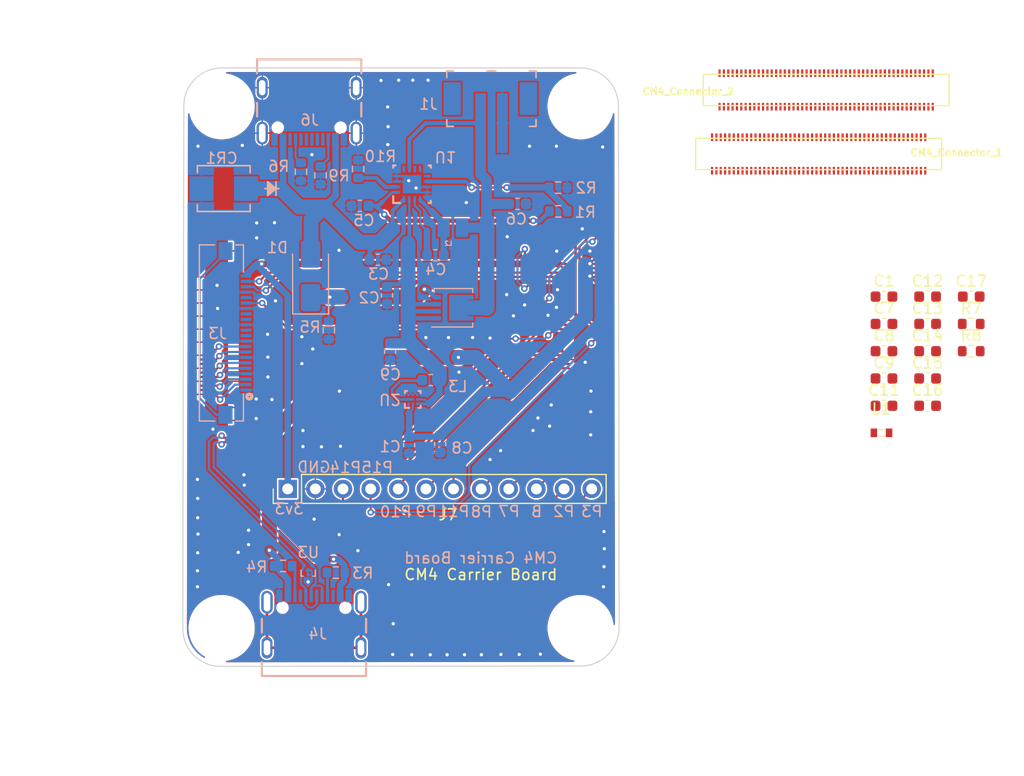
<source format=kicad_pcb>
(kicad_pcb (version 20221018) (generator pcbnew)
  (title_block (title "Raspberry Pi Compute Module 4 Carrier board") (date "2023-07-04") (rev "v01") (comment 2 "creativecommons.org/licenses/by/4.0/") (comment 3 "License: CC BY 4.0") (comment 4 "Author: Iiro Karppanen"))
  (layers (0 "F.Cu" signal) (31 "B.Cu" signal) (34 "B.Paste" user) (35 "F.Paste" user) (36 "B.SilkS" user "B.Silkscreen") (37 "F.SilkS" user "F.Silkscreen") (38 "B.Mask" user) (39 "F.Mask" user) (44 "Edge.Cuts" user))
  (net 0 "")
  (net 1 "+5V")
  (net 2 "GND")
  (net 3 "/CM4 GPIO and power pins/PMID")
  (net 4 "Net-(U1-BTST)")
  (net 5 "Net-(U1-SW)")
  (net 6 "/CM4 GPIO and power pins/REGN")
  (net 7 "Net-(D1-K)")
  (net 8 "unconnected-(J3-SHIELD-PadSH1)")
  (net 9 "/CM4 Camera pins/CAM0_D0_N")
  (net 10 "/CM4 Camera pins/CAM0_D0_P")
  (net 11 "/CM4 Camera pins/CAM0_D1_N")
  (net 12 "/CM4 Camera pins/CAM0_D1_P")
  (net 13 "/CM4 Camera pins/CAM0_C_N")
  (net 14 "/CM4 Camera pins/CAM0_C_P")
  (net 19 "CAM_GPIO")
  (net 21 "SCL0")
  (net 22 "SDA0")
  (net 23 "Net-(J4-SHELL_GND-PadS1)")
  (net 24 "/CM4 Camera pins/USB2_N")
  (net 25 "/CM4 Camera pins/USB2_P")
  (net 27 "Net-(J4-CC2)")
  (net 28 "Net-(J4-CC1)")
  (net 34 "Net-(J6-CC2)")
  (net 36 "Net-(J6-CC1)")
  (net 38 "+3.3V")
  (net 39 "/CM4 GPIO and power pins/GPIO14")
  (net 40 "/CM4 GPIO and power pins/GPIO15")
  (net 41 "/CM4 GPIO and power pins/GPIO10")
  (net 42 "/CM4 GPIO and power pins/GPIO9")
  (net 43 "/CM4 GPIO and power pins/GPIO11")
  (net 44 "/CM4 GPIO and power pins/GPIO8")
  (net 45 "/CM4 GPIO and power pins/GPIO7")
  (net 46 "/CM4 GPIO and power pins/nRPIBOOT")
  (net 47 "/CM4 GPIO and power pins/GPIO2")
  (net 48 "/CM4 GPIO and power pins/GPIO3")
  (net 49 "Net-(U1-ICHG_EN)")
  (net 54 "Net-(L3-Pad1)")
  (net 55 "Net-(U1-TS)")
  (net 56 "/CM4 GPIO and power pins/VBUS")
  (net 57 "Net-(U1-BAT)")
  (net 58 "Net-(U4-EN)")
  (net 59 "Net-(U4-OC)")
  (net 60 "Net-(U4-SW2)")
  (net 61 "Net-(U4-BST2)")
  (net 62 "Net-(U4-SW1)")
  (net 63 "Net-(U4-BST1)")
  (net 64 "Net-(U4-VCC)")
  (footprint "Capacitor_SMD:C_0603_1608Metric" (layer "F.Cu") (at 194.895 107.04)
    (fp_text reference "C15")
    (fp_text value "100nF")
  )
  (footprint "Resistor_SMD:R_0603_1608Metric" (layer "F.Cu") (at 198.905 104.53)
    (fp_text reference "R8")
    (fp_text value "21.5k")
  )
  (footprint "Capacitor_SMD:C_0603_1608Metric" (layer "F.Cu") (at 198.905 99.51)
    (fp_text reference "C17")
    (fp_text value "1uF")
  )
  (footprint "Capacitor_SMD:C_0603_1608Metric" (layer "F.Cu") (at 190.885 107.04)
    (fp_text reference "C9")
    (fp_text value "100uF")
  )
  (footprint "Capacitor_SMD:C_0603_1608Metric" (layer "F.Cu") (at 190.885 104.53)
    (fp_text reference "C8")
    (fp_text value "10uF")
  )
  (footprint "Capacitor_SMD:C_0603_1608Metric" (layer "F.Cu") (at 194.895 104.53)
    (fp_text reference "C14")
    (fp_text value "22nF")
  )
  (footprint "Connector_PinHeader_2.54mm:PinHeader_1x12_P2.54mm_Vertical" (layer "F.Cu") (at 136.075 117.2 90)
    (fp_text reference "J7")
    (fp_text value "Conn_01x12_Pin")
  )
  (footprint "digikey-footprints:0603" (layer "F.Cu") (at 190.655 112.04)
    (fp_text reference "L1")
    (fp_text value "4.7uH")
  )
  (footprint "Capacitor_SMD:C_0603_1608Metric" (layer "F.Cu") (at 190.885 99.51)
    (fp_text reference "C1")
    (fp_text value "0.1uF")
  )
  (footprint "Capacitor_SMD:C_0603_1608Metric" (layer "F.Cu") (at 190.885 109.55)
    (fp_text reference "C11")
    (fp_text value "0.1uF")
  )
  (footprint "DF40C-100DS-0.4V_51_:HRS_DF40C-100DS-0.4V(51)" (layer "F.Cu") (at 185.57 80.5)
    (fp_text reference "CM4_Connector_2")
    (fp_text value "ComputeModule4-CM4")
  )
  (footprint "Resistor_SMD:R_0603_1608Metric" (layer "F.Cu") (at 198.905 102.02)
    (fp_text reference "R7")
    (fp_text value "499kΩ")
  )
  (footprint "Capacitor_SMD:C_0603_1608Metric" (layer "F.Cu") (at 194.895 102.02)
    (fp_text reference "C13")
    (fp_text value "22nF")
  )
  (footprint "Capacitor_SMD:C_0603_1608Metric" (layer "F.Cu") (at 190.885 102.02)
    (fp_text reference "C7")
    (fp_text value "10uF")
  )
  (footprint "DF40C-100DS-0.4V_51_:HRS_DF40C-100DS-0.4V(51)" (layer "F.Cu") (at 184.88 86.39 180)
    (fp_text reference "CM4_Connector_1")
    (fp_text value "~")
  )
  (footprint "Capacitor_SMD:C_0603_1608Metric" (layer "F.Cu") (at 194.895 99.51)
    (fp_text reference "C12")
    (fp_text value "22uF")
  )
  (footprint "Capacitor_SMD:C_0603_1608Metric" (layer "F.Cu") (at 194.895 109.55)
    (fp_text reference "C16")
    (fp_text value "100nF")
  )
  (footprint "Resistor_SMD:R_0603_1608Metric" (layer "B.Cu") (at 137.29 88.025 90)
    (fp_text reference "R6")
    (fp_text value "5.1kΩ")
  )
  (footprint "Capacitor_SMD:C_0603_1608Metric" (layer "B.Cu") (at 145.4912 104.5842 -90)
    (fp_text reference "C9")
    (fp_text value "10uF")
  )
  (footprint "Resistor_SMD:R_0603_1608Metric" (layer "B.Cu") (at 139.8524 102.6038 90)
    (fp_text reference "R5")
    (fp_text value "1.1")
  )
  (footprint "Capacitor_SMD:C_0603_1608Metric" (layer "B.Cu") (at 157.195 90.98)
    (fp_text reference "C6")
    (fp_text value "10uF")
  )
  (footprint "Capacitor_SMD:C_0603_1608Metric" (layer "B.Cu") (at 144.3606 96.1136)
    (fp_text reference "C3")
    (fp_text value "2.2uF")
  )
  (footprint "USB4105-GF-A:GCT_USB4105-GF-A" (layer "B.Cu") (at 138.4875 131.805 180)
    (fp_text reference "J4")
    (fp_text value "USB4105-GF-A")
  )
  (footprint "Package_TO_SOT_SMD:Texas_DRT-3" (layer "B.Cu") (at 137.95 124.675)
    (fp_text reference "U3")
    (fp_text value "TPD2EUSB30")
  )
  (footprint "MAKK2016T1R0M:INDC2016X100N" (layer "B.Cu") (at 151.253 93.1672)
    (fp_text reference "L2")
    (fp_text value "MAKK2016T1R0M")
  )
  (footprint "Resistor_SMD:R_0603_1608Metric" (layer "B.Cu") (at 140.5006 124.8918 180)
    (fp_text reference "R3")
    (fp_text value "56kΩ")
  )
  (footprint "TPS61256YFFR:YFF0009ACAG" (layer "B.Cu") (at 147.574 108.966)
    (fp_text reference "U2")
    (fp_text value "TPS61256YFFR")
  )
  (footprint "Resistor_SMD:R_0603_1608Metric" (layer "B.Cu") (at 160.9212 89.4842 180)
    (fp_text reference "R2")
    (fp_text value "10kΩ")
  )
  (footprint "USB4105-GF-A:GCT_USB4105-GF-A" (layer "B.Cu") (at 138.047 80.2894)
    (fp_text reference "J6")
    (fp_text value "USB4105-GF-A")
  )
  (footprint "SMBJ5-0A-TR:SMB_STM" (layer "B.Cu") (at 130.1947 89.575 180)
    (fp_text reference "CR1")
    (fp_text value "SMBJ5.0A-TR")
  )
  (footprint "Resistor_SMD:R_0603_1608Metric" (layer "B.Cu") (at 139.0904 88.3534 90)
    (fp_text reference "R9")
    (fp_text value "5.1kΩ")
  )
  (footprint "Capacitor_SMD:C_0603_1608Metric" (layer "B.Cu") (at 142.7096 91.1606 180)
    (fp_text reference "C5")
    (fp_text value "2.2u")
  )
  (footprint "digikey-footprints:PinHeader_1x2_P2mm" (layer "B.Cu") (at 154.8 83.55 180)
    (fp_text reference "J1")
    (fp_text value "B2B-PH-SM4-TB_LF__SN_")
  )
  (footprint "54548-2271:MOLEX_54548-2271" (layer "B.Cu") (at 132.2528 102.85225 90)
    (fp_text reference "J3")
    (fp_text value "54548-2271")
  )
  (footprint "Capacitor_SMD:C_0603_1608Metric" (layer "B.Cu") (at 149.645 95.71)
    (fp_text reference "C4")
    (fp_text value "47nF")
  )
  (footprint "Capacitor_SMD:C_0603_1608Metric" (layer "B.Cu") (at 145.2 99.4 -90)
    (fp_text reference "C2")
    (fp_text value "10uF")
  )
  (footprint "Resistor_SMD:R_0603_1608Metric" (layer "B.Cu") (at 135.6492 124.2822)
    (fp_text reference "R4")
    (fp_text value "56kΩ")
  )
  (footprint "Capacitor_SMD:C_0603_1608Metric" (layer "B.Cu") (at 147.2392 113.17 -90)
    (fp_text reference "C1")
    (fp_text value "10uF")
  )
  (footprint "BQ25302:RTE0016C" (layer "B.Cu") (at 147.5 89.170004)
    (fp_text reference "U1")
    (fp_text value "BQ25302RTER")
  )
  (footprint "Inductor_SMD:L_0603_1608Metric" (layer "B.Cu") (at 149.2251 107.188)
    (fp_text reference "L3")
    (fp_text value "1uH")
  )
  (footprint "Package_SON:Diodes_PowerDI3333-8" (layer "B.Cu") (at 151.305 100.535)
    (fp_text reference "Q1" hide)
    (fp_text value "DMP3013SFV")
  )
  (footprint "Diode_SMD:D_SMA" (layer "B.Cu") (at 138.175 97.6 90)
    (fp_text reference "D1")
    (fp_text value "CDBA340-HF")
  )
  (footprint "Resistor_SMD:R_0603_1608Metric" (layer "B.Cu") (at 142.55 87.775 -90)
    (fp_text reference "R10")
    (fp_text value "23.2kΩ")
  )
  (footprint "Resistor_SMD:R_0603_1608Metric" (layer "B.Cu") (at 160.9466 91.6686 180)
    (fp_text reference "R1")
    (fp_text value "10kΩ")
  )
  (footprint "Capacitor_SMD:C_0603_1608Metric" (layer "B.Cu") (at 150.0886 113.0684 -90)
    (fp_text reference "C8")
    (fp_text value "10uF")
  )
  (gr_line (start 166.538702 129.942352) (end 166.475126 81.974874) (stroke (width 0.1)) (layer "Edge.Cuts"))
  (gr_arc (start 126.524874 81.974874) (mid 127.55 79.5) (end 130.024874 78.474874) (stroke (width 0.1)) (layer "Edge.Cuts"))
  (gr_line (start 126.524874 81.974874) (end 126.424874 130.025126) (stroke (width 0.1)) (layer "Edge.Cuts"))
  (gr_line (start 129.924874 133.525126) (end 162.992352 133.488702) (stroke (width 0.1)) (layer "Edge.Cuts"))
  (gr_arc (start 129.924874 133.525126) (mid 127.45 132.5) (end 126.424874 130.025126) (stroke (width 0.1)) (layer "Edge.Cuts"))
  (gr_line (start 162.975126 78.474874) (end 130.024874 78.474874) (stroke (width 0.1)) (layer "Edge.Cuts"))
  (gr_arc (start 166.538702 129.942352) (mid 165.5 132.45) (end 162.992352 133.488702) (stroke (width 0.1)) (layer "Edge.Cuts"))
  (gr_arc (start 162.975126 78.474874) (mid 165.45 79.5) (end 166.475126 81.974874) (stroke (width 0.1)) (layer "Edge.Cuts"))
  (gr_text "P9\n" (at 148.8 119.275) (layer "B.SilkS") (effects (font (size 1 1)) (justify mirror)))
  (gr_text "P3\n" (at 164.025 119.275) (layer "B.SilkS") (effects (font (size 1 1)) (justify mirror)))
  (gr_text "GND" (at 138.475 115.2) (layer "B.SilkS") (effects (font (size 1 1)) (justify mirror)))
  (gr_text "P7\n\n" (at 156.425 120.075) (layer "B.SilkS") (effects (font (size 1 1)) (justify mirror)))
  (gr_text "P14\n" (at 141.375 115.225) (layer "B.SilkS") (effects (font (size 1 1)) (justify mirror)))
  (gr_text "P10" (at 146 119.3) (layer "B.SilkS") (effects (font (size 1 1)) (justify mirror)))
  (gr_text "P15" (at 144.3 115.225) (layer "B.SilkS") (effects (font (size 1 1)) (justify mirror)))
  (gr_text "P8\n" (at 153.875 119.3038) (layer "B.SilkS") (effects (font (size 1 1)) (justify mirror)))
  (gr_text "CM4 Carrier Board" (at 153.82 123.55) (layer "B.SilkS") (effects (font (size 1 1)) (justify mirror)))
  (gr_text "3v3" (at 136.2 119.025) (layer "B.SilkS") (effects (font (size 1 1)) (justify mirror)))
  (gr_text "P11\n" (at 151.325 119.275) (layer "B.SilkS") (effects (font (size 1 1)) (justify mirror)))
  (gr_text "B" (at 158.9532 119.2784) (layer "B.SilkS") (effects (font (size 1 1)) (justify mirror)))
  (gr_text "P2\n\n" (at 161.45 120.075) (layer "B.SilkS") (effects (font (size 1 1)) (justify mirror)))
  (gr_text "CM4 Carrier Board" (at 153.825 125.075) (layer "F.SilkS") (effects (font (size 1 1))))
  (segment (start 154.4 92.5) (end 154.36 92.46) (width 1) (layer "B.Cu") (net 0))
  (segment (start 156.42 90.98) (end 154.38 90.98) (width 0.95) (layer "B.Cu") (net 0))
  (segment (start 152.1 93.1672) (end 154.3372 93.1672) (width 0.95) (layer "B.Cu") (net 0))
  (segment (start 147.25 87.770007) (end 147.25 85.04) (width 0.35) (layer "B.Cu") (net 0))
  (segment (start 154.38 90.98) (end 154.36 91) (width 0.95) (layer "B.Cu") (net 0))
  (segment (start 147.25 85.04) (end 148.74 83.55) (width 0.35) (layer "B.Cu") (net 0))
  (segment (start 148.74 83.55) (end 153.8 83.55) (width 0.35) (layer "B.Cu") (net 0))
  (segment (start 154.3372 93.1672) (end 154.4 93.23) (width 0.95) (layer "B.Cu") (net 0))
  (segment (start 153.8 88.25) (end 153.8 83.2) (width 1) (layer "B.Cu") (net 0))
  (segment (start 154.4 100.575) (end 154.4 93.23) (width 1.36703) (layer "B.Cu") (net 0))
  (segment (start 151.8 100.525) (end 154.35 100.525) (width 1.36703) (layer "B.Cu") (net 0))
  (segment (start 154.36 88.81) (end 153.8 88.25) (width 1) (layer "B.Cu") (net 0))
  (segment (start 154.4 93.23) (end 154.4 92.5) (width 1.36703) (layer "B.Cu") (net 0))
  (segment (start 154.35 100.525) (end 154.4 100.575) (width 1.36703) (layer "B.Cu") (net 0))
  (segment (start 154.36 92.46) (end 154.36 91) (width 1) (layer "B.Cu") (net 0))
  (segment (start 154.36 91) (end 154.36 88.81) (width 1) (layer "B.Cu") (net 0))
  (segment (start 164.175 97.3) (end 163.85 97.625) (width 0.2) (layer "F.Cu") (net 1))
  (segment (start 141.62501 105.099986) (end 134.389085 112.335911) (width 1.36703) (layer "F.Cu") (net 1))
  (segment (start 141.625024 105.1) (end 141.62501 105.099986) (width 1.36703) (layer "F.Cu") (net 1))
  (segment (start 165 98.1) (end 164.325 98.1) (width 0.2) (layer "F.Cu") (net 1))
  (segment (start 165 96.5) (end 163.875 96.5) (width 0.2) (layer "F.Cu") (net 1))
  (segment (start 140.28975 123.66025) (end 138.669335 123.66025) (width 0.6) (layer "F.Cu") (net 1))
  (segment (start 151.765 105.1) (end 141.625024 105.1) (width 1.36703) (layer "F.Cu") (net 1))
  (segment (start 163.85 96.975) (end 163.85 96.475) (width 0.2) (layer "F.Cu") (net 1))
  (segment (start 165 97.3) (end 164.175 97.3) (width 0.2) (layer "F.Cu") (net 1))
  (segment (start 164.225 96.1) (end 163.85 96.475) (width 0.2) (layer "F.Cu") (net 1))
  (segment (start 134.389085 119.38) (end 134.389085 122.844585) (width 1.36703) (layer "F.Cu") (net 1))
  (segment (start 165 96.1) (end 164.225 96.1) (width 0.2) (layer "F.Cu") (net 1))
  (segment (start 165 96.9) (end 164.2 96.9) (width 0.2) (layer "F.Cu") (net 1))
  (segment (start 164.325 98.1) (end 163.85 97.625) (width 0.2) (layer "F.Cu") (net 1))
  (segment (start 134.389085 112.335911) (end 134.389085 119.38) (width 1.36703) (layer "F.Cu") (net 1))
  (segment (start 138.669335 123.66025) (end 134.389085 119.38) (width 0.6) (layer "F.Cu") (net 1))
  (segment (start 163.925 97.7) (end 163.85 97.625) (width 0.2) (layer "F.Cu") (net 1))
  (segment (start 165 97.7) (end 163.925 97.7) (width 0.2) (layer "F.Cu") (net 1))
  (segment (start 163.925 96.9) (end 163.85 96.975) (width 0.2) (layer "F.Cu") (net 1))
  (segment (start 163.85 97.625) (end 163.85 96.975) (width 0.2) (layer "F.Cu") (net 1))
  (segment (start 164.2 96.9) (end 163.925 96.9) (width 0.2) (layer "F.Cu") (net 1))
  (segment (start 163.875 96.5) (end 163.85 96.475) (width 0.2) (layer "F.Cu") (net 1))
  (via (at 163.85 96.475) (size 0.6) (drill 0.3) (layers "F.Cu" "B.Cu") (net 1))
  (via (at 140.28975 123.66025) (size 0.6) (drill 0.3) (layers "F.Cu" "B.Cu") (net 1))
  (via (at 163.85 97.625) (size 0.6) (drill 0.3) (layers "F.Cu" "B.Cu") (net 1))
  (via (at 151.765 105.1) (size 0.6) (drill 0.3) (layers "F.Cu" "B.Cu") (net 1))
  (via (at 134.389085 122.844585) (size 0.59) (drill 0.3) (layers "F.Cu" "B.Cu") (net 1))
  (segment (start 151.765 105.1) (end 153.375 105.1) (width 1.36703) (layer "B.Cu") (net 1))
  (segment (start 147.174001 110.254999) (end 147.2392 110.320198) (width 0.6) (layer "B.Cu") (net 1))
  (segment (start 141.2649 124.2149) (end 140.71025 123.66025) (width 0.6) (layer "B.Cu") (net 1))
  (segment (start 153.375 105.1) (end 156.525 108.25) (width 1.36703) (layer "B.Cu") (net 1))
  (segment (start 141.2903 124.8918) (end 141.2649 124.9172) (width 0.25) (layer "B.Cu") (net 1))
  (segment (start 150.0886 112.2934) (end 154.132 108.25) (width 0.95) (layer "B.Cu") (net 1))
  (segment (start 147.2392 112.395) (end 149.987 112.395) (width 0.6) (layer "B.Cu") (net 1))
  (segment (start 140.8948 126.044439) (end 141.2649 125.674339) (width 0.6) (layer "B.Cu") (net 1))
  (segment (start 134.8242 124.2822) (end 135.25855 124.2822) (width 0.25) (layer "B.Cu") (net 1))
  (segment (start 154.132 108.25) (end 156.525 108.25) (width 0.95) (layer "B.Cu") (net 1))
  (segment (start 140.8948 127.2718) (end 140.8948 126.044439) (width 0.6) (layer "B.Cu") (net 1))
  (segment (start 141.2649 124.9172) (end 141.2649 124.2149) (width 0.6) (layer "B.Cu") (net 1))
  (segment (start 147.2392 110.320198) (end 147.2392 112.395) (width 0.6) (layer "B.Cu") (net 1))
  (segment (start 141.2649 125.674339) (end 141.2649 124.9172) (width 0.6) (layer "B.Cu") (net 1))
  (segment (start 135.5195 124.55) (end 135.33475 124.73475) (width 0.1524) (layer "B.Cu") (net 1))
  (segment (start 163.45 101.325) (end 163.45 97.85) (width 1.36703) (layer "B.Cu") (net 1))
  (segment (start 149.987 112.395) (end 150.0886 112.2934) (width 0.6) (layer "B.Cu") (net 1))
  (segment (start 140.71025 123.66025) (end 140.28975 123.66025) (width 0.6) (layer "B.Cu") (net 1))
  (segment (start 135.33475 123.79025) (end 134.389085 122.844585) (width 0.6) (layer "B.Cu") (net 1))
  (segment (start 163.450053 96.500053) (end 163.45 96.5) (width 0.4) (layer "B.Cu") (net 1))
  (segment (start 147.174001 110.254999) (end 147.574003 109.854997) (width 0.2) (layer "B.Cu") (net 1))
  (segment (start 135.33475 124.3584) (end 135.33475 123.79025) (width 0.6) (layer "B.Cu") (net 1))
  (segment (start 147.174001 109.366002) (end 147.174001 110.254999) (width 0.2) (layer "B.Cu") (net 1))
  (segment (start 156.525 108.25) (end 163.45 101.325) (width 1.36703) (layer "B.Cu") (net 1))
  (segment (start 147.574003 109.366002) (end 147.574003 109.854997) (width 0.2) (layer "B.Cu") (net 1))
  (segment (start 135.25855 124.2822) (end 135.33475 124.3584) (width 0.25) (layer "B.Cu") (net 1))
  (segment (start 163.45 97.2) (end 163.45 97.85) (width 1.36703) (layer "B.Cu") (net 1))
  (segment (start 163.45 96.5) (end 163.45 97.2) (width 1.36703) (layer "B.Cu") (net 1))
  (segment (start 136.0942 125.4942) (end 135.33475 124.73475) (width 0.6) (layer "B.Cu") (net 1))
  (segment (start 135.33475 124.73475) (end 135.33475 124.3584) (width 0.6) (layer "B.Cu") (net 1))
  (segment (start 141.3256 124.8918) (end 141.2903 124.8918) (width 0.25) (layer "B.Cu") (net 1))
  (segment (start 136.0942 127.2464) (end 136.0942 125.4942) (width 0.6) (layer "B.Cu") (net 1))
  (segment (start 147.875 89.520004) (end 147.2 88.845004) (width 0.2) (layer "F.Cu") (net 2))
  (via (at 165.15 124.35) (size 0.6) (drill 0.3) (layers "F.Cu" "B.Cu") (net 2))
  (via (at 137.375 105.675) (size 0.6) (drill 0.3) (layers "F.Cu" "B.Cu") (net 2))
  (via (at 133.22 94.105) (size 0.6) (drill 0.3) (layers "F.Cu" "B.Cu") (net 2))
  (via (at 145.725 132.425) (size 0.6) (drill 0.3) (layers "F.Cu" "B.Cu") (net 2))
  (via (at 134.25 106.9) (size 0.6) (drill 0.3) (layers "F.Cu" "B.Cu") (net 2))
  (via (at 157.85 100.275) (size 0.6) (drill 0.3) (layers "F.Cu" "B.Cu") (net 2))
  (via (at 127.825 85.675) (size 0.6) (drill 0.3) (layers "F.Cu" "B.Cu") (net 2))
  (via (at 147.575 79.6) (size 0.6) (drill 0.3) (layers "F.Cu" "B.Cu") (net 2))
  (via (at 132.05 115.9) (size 0.6) (drill 0.3) (layers "F.Cu" "B.Cu") (net 2))
  (via (at 132.075 116.85) (size 0.6) (drill 0.3) (layers "F.Cu" "B.Cu") (net 2))
  (via (at 153.075 103.275) (size 0.6) (drill 0.3) (layers "F.Cu" "B.Cu") (net 2))
  (via (at 158.3 85.675) (size 0.6) (drill 0.3) (layers "F.Cu" "B.Cu") (net 2))
  (via (at 160.775 85.675) (size 0.6) (drill 0.3) (layers "F.Cu" "B.Cu") (net 2))
  (via (at 127.8 123.075) (size 0.6) (drill 0.3) (layers "F.Cu" "B.Cu") (net 2))
  (via (at 137.375 103.2) (size 0.6) (drill 0.3) (layers "F.Cu" "B.Cu") (net 2))
  (via (at 152.49 90.86) (size 0.6) (drill 0.3) (layers "F.Cu" "B.Cu") (net 2))
  (via (at 132.475 121) (size 0.6) (drill 0.3) (layers "F.Cu" "B.Cu") (net 2))
  (via (at 140.925 113.275) (size 0.6) (drill 0.3) (layers "F.Cu" "B.Cu") (net 2))
  (via (at 163.925 112.225) (size 0.6) (drill 0.3) (layers "F.Cu" "B.Cu") (net 2))
  (via (at 139.175 113.325) (size 0.6) (drill 0.3) (layers "F.Cu" "B.Cu") (net 2))
  (via (at 146.275 79.6) (size 0.6) (drill 0.3) (layers "F.Cu" "B.Cu") (net 2))
  (via (at 163.925 110.1) (size 0.6) (drill 0.3) (layers "F.Cu" "B.Cu") (net 2))
  (via (at 138.5 119.975) (size 0.6) (drill 0.3) (layers "F.Cu" "B.Cu") (net 2))
  (via (at 127.775 116.325) (size 0.6) (drill 0.3) (layers "F.Cu" "B.Cu") (net 2))
  (via (at 156.25 94) (size 0.6) (drill 0.3) (layers "F.Cu" "B.Cu") (net 2))
  (via (at 145.275 85.525) (size 0.6) (drill 0.3) (layers "F.Cu" "B.Cu") (net 2))
  (via (at 134.95 99.9) (size 0.6) (drill 0.3) (layers "F.Cu" "B.Cu") (net 2))
  (via (at 150.85 103.275) (size 0.6) (drill 0.3) (layers "F.Cu" "B.Cu") (net 2))
  (via (at 154.675 114.5) (size 0.6) (drill 0.3) (layers "F.Cu" "B.Cu") (net 2))
  (via (at 133.22 92.73) (size 0.6) (drill 0.3) (layers "F.Cu" "B.Cu") (net 2))
  (via (at 134.225 102.975) (size 0.6) (drill 0.3) (layers "F.Cu" "B.Cu") (net 2))
  (via (at 160.15 111.425) (size 0.6) (drill 0.3) (layers "F.Cu" "B.Cu") (net 2))
  (via (at 163.85 95.325) (size 0.6) (drill 0.3) (layers "F.Cu" "B.Cu") (net 2))
  (via (at 150.725 132.45) (size 0.6) (drill 0.3) (layers "F.Cu" "B.Cu") (net 2))
  (via (at 127.825 121.35) (size 0.6) (drill 0.3) (layers "F.Cu" "B.Cu") (net 2))
  (via (at 165.175 122.7) (size 0.6) (drill 0.3) (layers "F.Cu" "B.Cu") (net 2))
  (via (at 129.575 98.475) (size 0.6) (drill 0.3) (layers "F.Cu" "B.Cu") (net 2))
  (via (at 132.475 122.325) (size 0.6) (drill 0.3) (layers "F.Cu" "B.Cu") (net 2))
  (via (at 145.3 83.875) (size 0.6) (drill 0.3) (layers "F.Cu" "B.Cu") (net 2))
  (via (at 127.8 119.85) (size 0.6) (drill 0.3) (layers "F.Cu" "B.Cu") (net 2))
  (via (at 159.3 132.4) (size 0.6) (drill 0.3) (layers "F.Cu" "B.Cu") (net 2))
  (via (at 158.625 111.825) (size 0.6) (drill 0.3) (layers "F.Cu" "B.Cu") (net 2))
  (via (at 160 101.225) (size 0.6) (drill 0.3) (layers "F.Cu" "B.Cu") (net 2))
  (via (at 145.775 129.6) (size 0.6) (drill 0.3) (layers "F.Cu" "B.Cu") (net 2))
  (via (at 155.65 113.675) (size 0.6) (drill 0.3) (layers "F.Cu" "B.Cu") (net 2))
  (via (at 129.625 100.6) (size 0.6) (drill 0.3) (layers "F.Cu" "B.Cu") (net 2))
  (via (at 133.175 110.725) (size 0.6) (drill 0.3) (layers "F.Cu" "B.Cu") (net 2))
  (via (at 138.375 104.325) (size 0.6) (drill 0.3) (layers "F.Cu" "B.Cu") (net 2))
  (via (at 134.25 105.075) (size 0.6) (drill 0.3) (layers "F.Cu" "B.Cu") (net 2))
  (via (at 144.65 79.625) (size 0.6) (drill 0.3) (layers "F.Cu" "B.Cu") (net 2))
  (via (at 163.15 93.275) (size 0.6) (drill 0.3) (layers "F.Cu" "B.Cu") (net 2))
  (via (at 145.35 126) (size 0.6) (drill 0.3) (layers "F.Cu" "B.Cu") (net 2))
  (via (at 163.95 108.2) (size 0.6) (drill 0.3) (layers "F.Cu" "B.Cu") (net 2))
  (via (at 140.8 121.4) (size 0.6) (drill 0.3) (layers "F.Cu" "B.Cu") (net 2))
  (via (at 131.9 85.6) (size 0.6) (drill 0.3) (layers "F.Cu" "B.Cu") (net 2))
  (via (at 131.5212 123.0376) (size 0.6) (drill 0.3) (layers "F.Cu" "B.Cu") (net 2))
  (via (at 145.262537 82.059813) (size 0.6) (drill 0.3) (layers "F.Cu" "B.Cu") (net 2))
  (via (at 133.175 108.925) (size 0.6) (drill 0.3) (layers "F.Cu" "B.Cu") (net 2))
  (via (at 134.86 92.71) (size 0.6) (drill 0.3) (layers "F.Cu" "B.Cu") (net 2))
  (via (at 153.875 132.45) (size 0.6) (drill 0.3) (layers "F.Cu" "B.Cu") (net 2))
  (via (at 160.3 109.475) (size 0.6) (drill 0.3) (layers "F.Cu" "B.Cu") (net 2))
  (via (at 160.875 98.875) (size 0.6) (drill 0.3) (layers "F.Cu" "B.Cu") (net 2))
  (via (at 154.675 103.325) (size 0.6) (drill 0.3) (layers "F.Cu" "B.Cu") (net 2))
  (via (at 157.35 132.425) (size 0.6) (drill 0.3) (layers "F.Cu" "B.Cu") (net 2))
  (via (at 148.975 79.6) (size 0.6) (drill 0.3) (layers "F.Cu" "B.Cu") (net 2))
  (via (at 156.2 99.325) (size 0.6) (drill 0.3) (layers "F.Cu" "B.Cu") (net 2))
  (via (at 165.15 121.125) (size 0.6) (drill 0.3) (layers "F.Cu" "B.Cu") (net 2))
  (via (at 160.8 95.325) (size 0.6) (drill 0.3) (layers "F.Cu" "B.Cu") (net 2))
  (via (at 151.8158 106.4514) (size 0.6) (drill 0.3) (layers "F.Cu" "B.Cu") (net 2))
  (via (at 148.775 103.275) (size 0.6) (drill 0.3) (layers "F.Cu" "B.Cu") (net 2))
  (via (at 140.79 95.25) (size 0.6) (drill 0.3) (layers "F.Cu" "B.Cu") (net 2))
  (via (at 127.8 118.075) (size 0.6) (drill 0.3) (layers "F.Cu" "B.Cu") (net 2))
  (via (at 163.425 105.55) (size 0.6) (drill 0.3) (layers "F.Cu" "B.Cu") (net 2))
  (via (at 142.525 122.875) (size 0.6) (drill 0.3) (layers "F.Cu" "B.Cu") (net 2))
  (via (at 152.325 132.45) (size 0.6) (drill 0.3) (layers "F.Cu" "B.Cu") (net 2))
  (via (at 127.775 126.2) (size 0.6) (drill 0.3) (layers "F.Cu" "B.Cu") (net 2))
  (via (at 138.3 86.45) (size 0.6) (drill 0.3) (layers "F.Cu" "B.Cu") (net 2))
  (via (at 149.175 132.45) (size 0.6) (drill 0.3) (layers "F.Cu" "B.Cu") (net 2))
  (via (at 134.625 108.975) (size 0.6) (drill 0.3) (layers "F.Cu" "B.Cu") (net 2))
  (via (at 165.025 85.75) (size 0.6) (drill 0.3) (layers "F.Cu" "B.Cu") (net 2))
  (via (at 160.775 100.5) (size 0.6) (drill 0.3) (layers "F.Cu" "B.Cu") (net 2))
  (via (at 156.825 101.275) (size 0.6) (drill 0.3) (layers "F.Cu" "B.Cu") (net 2))
  (via (at 140.825 108.2) (size 0.6) (drill 0.3) (layers "F.Cu" "B.Cu") (net 2))
  (via (at 129.2 111.7) (size 0.6) (drill 0.3) (layers "F.Cu" "B.Cu") (net 2))
  (via (at 137.95 125.75) (size 0.6) (drill 0.3) (layers "F.Cu" "B.Cu") (net 2))
  (via (at 165.1 126.2) (size 0.6) (drill 0.3) (layers "F.Cu" "B.Cu") (net 2))
  (via (at 155.675 132.425) (size 0.6) (drill 0.3) (layers "F.Cu" "B.Cu") (net 2))
  (via (at 127.775 124.725) (size 0.6) (drill 0.3) (layers "F.Cu" "B.Cu") (net 2))
  (via (at 147.475 132.45) (size 0.6) (drill 0.3) (layers "F.Cu" "B.Cu") (net 2))
  (via (at 159.075 110.675) (size 0.6) (drill 0.3) (layers "F.Cu" "B.Cu") (net 2))
  (via (at 137.475 113.3) (size 0.6) (drill 0.3) (layers "F.Cu" "B.Cu") (net 2))
  (via (at 137.475 111.825) (size 0.6) (drill 0.3) (layers "F.Cu" "B.Cu") (net 2))
  (segment (start 147.124997 88.920007) (end 147.2 88.845004) (width 0.2) (layer "B.Cu") (net 2))
  (segment (start 148.275004 89.920008) (end 147.875 89.520004) (width 0.2) (layer "B.Cu") (net 2))
  (segment (start 146.775004 88.420008) (end 147.2 88.845004) (width 0.2) (layer "B.Cu") (net 2))
  (segment (start 146.1 88.920007) (end 147.124997 88.920007) (width 0.2) (layer "B.Cu") (net 2))
  (segment (start 146.1 88.420008) (end 146.775004 88.420008) (width 0.2) (layer "B.Cu") (net 2))
  (segment (start 148.9 89.920008) (end 148.275004 89.920008) (width 0.2) (layer "B.Cu") (net 2))
  (segment (start 148.9 89.420009) (end 147.974995 89.420009) (width 0.2) (layer "B.Cu") (net 2))
  (segment (start 147.974995 89.420009) (end 147.875 89.520004) (width 0.2) (layer "B.Cu") (net 2))
  (segment (start 147.26 92.01) (end 147.26 94.465) (width 0.35) (layer "B.Cu") (net 3))
  (segment (start 150.0126 106.4008) (end 150.0126 107.188) (width 1.36703) (layer "B.Cu") (net 3))
  (segment (start 149.0472 109.366002) (end 150.0124 108.400802) (width 0.6) (layer "B.Cu") (net 3))
  (segment (start 147.26 94.465) (end 147.125 94.6) (width 0.35) (layer "B.Cu") (net 3))
  (segment (start 147.1422 100.2792) (end 147.1422 100.8888) (width 1.36703) (layer "B.Cu") (net 3))
  (segment (start 147.125 97.475) (end 147.125 94.6) (width 1.36703) (layer "B.Cu") (net 3))
  (segment (start 146.8634 103.8092) (end 147.1422 103.5304) (width 0.95) (layer "B.Cu") (net 3))
  (segment (start 147.171 100.86) (end 147.1422 100.8888) (width 0.4) (layer "B.Cu") (net 3))
  (segment (start 150.0124 108.400802) (end 150.0124 107.1882) (width 0.6) (layer "B.Cu") (net 3))
  (segment (start 147.1792 101.51) (end 147.1422 101.473) (width 0.4) (layer "B.Cu") (net 3))
  (segment (start 147.1422 100.8888) (end 147.1422 101.473) (width 1.36703) (layer "B.Cu") (net 3))
  (segment (start 150.0124 107.1882) (end 150.0126 107.188) (width 0.6) (layer "B.Cu") (net 3))
  (segment (start 147.974002 109.366002) (end 149.0472 109.366002) (width 0.25) (layer "B.Cu") (net 3))
  (segment (start 147.974002 108.966) (end 148.647198 108.966) (width 0.2) (layer "B.Cu") (net 3))
  (segment (start 147.1422 103.5304) (end 150.0126 106.4008) (width 1.36703) (layer "B.Cu") (net 3))
  (segment (start 149.805 101.51) (end 147.1792 101.51) (width 0.4) (layer "B.Cu") (net 3))
  (segment (start 147.125 97.475) (end 147.1422 97.4922) (width 1.36703) (layer "B.Cu") (net 3))
  (segment (start 147.1422 101.473) (end 147.1422 103.5304) (width 1.36703) (layer "B.Cu") (net 3))
  (segment (start 147.25 90.570006) (end 147.25 92) (width 0.2) (layer "B.Cu") (net 3))
  (segment (start 147.25 92) (end 147.26 92.01) (width 0.2) (layer "B.Cu") (net 3))
  (segment (start 145.05 98.37) (end 146.23 98.37) (width 0.4) (layer "B.Cu") (net 3))
  (segment (start 147.1422 97.4922) (end 147.1422 100.2792) (width 1.36703) (layer "B.Cu") (net 3))
  (segment (start 148.647198 108.966) (end 149.0472 109.366002) (width 0.2) (layer "B.Cu") (net 3))
  (segment (start 147.25 94.475) (end 147.125 94.6) (width 0.2) (layer "B.Cu") (net 3))
  (segment (start 149.805 100.21) (end 147.2114 100.21) (width 0.4) (layer "B.Cu") (net 3))
  (segment (start 146.23 98.37) (end 147.125 97.475) (width 0.4) (layer "B.Cu") (net 3))
  (segment (start 147.2114 100.21) (end 147.1422 100.2792) (width 0.4) (layer "B.Cu") (net 3))
  (segment (start 145.4912 103.8092) (end 146.8634 103.8092) (width 0.95) (layer "B.Cu") (net 3))
  (segment (start 149.805 100.86) (end 147.171 100.86) (width 0.4) (layer "B.Cu") (net 3))
  (segment (start 148.26 92.85) (end 148.86 93.45) (width 0.2) (layer "B.Cu") (net 4))
  (segment (start 147.750002 90.570006) (end 147.750002 91.140002) (width 0.2) (layer "B.Cu") (net 4))
  (segment (start 147.750002 91.140002) (end 148.26 91.65) (width 0.2) (layer "B.Cu") (net 4))
  (segment (start 148.26 91.65) (end 148.26 92.85) (width 0.2) (layer "B.Cu") (net 4))
  (segment (start 148.87 95.71) (end 148.87 93.46) (width 0.6) (layer "B.Cu") (net 4))
  (segment (start 148.87 93.46) (end 148.86 93.45) (width 0.6) (layer "B.Cu") (net 4))
  (segment (start 150.406 92.776) (end 149.29 91.66) (width 0.6) (layer "B.Cu") (net 5))
  (segment (start 148.250001 90.620001) (end 149.29 91.66) (width 0.35) (layer "B.Cu") (net 5))
  (segment (start 150.42 95.71) (end 150.42 93.1812) (width 0.6) (layer "B.Cu") (net 5))
  (segment (start 150.406 93.1672) (end 150.406 92.776) (width 0.6) (layer "B.Cu") (net 5))
  (segment (start 148.250001 90.570006) (end 148.250001 90.620001) (width 0.35) (layer "B.Cu") (net 5))
  (segment (start 150.42 93.1812) (end 150.406 93.1672) (width 0.6) (layer "B.Cu") (net 5))
  (segment (start 150.38 93.1932) (end 150.406 93.1672) (width 0.95) (layer "B.Cu") (net 5))
  (segment (start 158.6412 92.525) (end 145.525 92.525) (width 0.4) (layer "F.Cu") (net 6))
  (segment (start 158.6484 92.5322) (end 158.6412 92.525) (width 0.4) (layer "F.Cu") (net 6))
  (segment (start 145.525 92.525) (end 144.95 91.95) (width 0.4) (layer "F.Cu") (net 6))
  (via (at 158.6484 92.5322) (size 0.6) (drill 0.3) (layers "F.Cu" "B.Cu") (net 6))
  (via (at 144.95 91.95) (size 0.6) (drill 0.3) (layers "F.Cu" "B.Cu") (net 6))
  (segment (start 144.1606 91.1606) (end 144.2798 91.2798) (width 0.4) (layer "B.Cu") (net 6))
  (segment (start 143.4846 91.1606) (end 144.1606 91.1606) (width 0.4) (layer "B.Cu") (net 6))
  (segment (start 144.78 90.8) (end 144.7596 90.8) (width 0.4) (layer "B.Cu") (net 6))
  (segment (start 145.659992 89.920008) (end 146.1 89.920008) (width 0.25) (layer "B.Cu") (net 6))
  (segment (start 144.7596 90.8) (end 144.2798 91.2798) (width 0.4) (layer "B.Cu") (net 6))
  (segment (start 159.258 92.5322) (end 160.1216 91.6686) (width 0.4) (layer "B.Cu") (net 6))
  (segment (start 144.2798 91.2798) (end 144.95 91.95) (width 0.4) (layer "B.Cu") (net 6))
  (segment (start 158.6484 92.5322) (end 159.258 92.5322) (width 0.4) (layer "B.Cu") (net 6))
  (segment (start 144.78 90.8) (end 145.659992 89.920008) (width 0.25) (layer "B.Cu") (net 6))
  (segment (start 147.9222 99.55) (end 139.954 99.55) (width 1.36703) (layer "F.Cu") (net 7))
  (segment (start 148.6408 98.8314) (end 147.9222 99.55) (width 1.36703) (layer "F.Cu") (net 7))
  (via (at 139.954 99.55) (size 0.6) (drill 0.3) (layers "F.Cu" "B.Cu") (net 7))
  (via (at 148.6408 98.8314) (size 0.6) (drill 0.3) (layers "F.Cu" "B.Cu") (net 7))
  (segment (start 148.8694 98.8314) (end 148.6408 98.8314) (width 0.4) (layer "B.Cu") (net 7))
  (segment (start 149.598 99.56) (end 148.8694 98.8314) (width 0.4) (layer "B.Cu") (net 7))
  (segment (start 139.8524 100.6726) (end 140.975 99.55) (width 0.25) (layer "B.Cu") (net 7))
  (segment (start 139.954 99.55) (end 140.975 99.55) (width 1.36703) (layer "B.Cu") (net 7))
  (segment (start 140.975 99.55) (end 138.25 99.55) (width 1.36703) (layer "B.Cu") (net 7))
  (segment (start 139.8524 101.7788) (end 139.8524 100.6726) (width 0.25) (layer "B.Cu") (net 7))
  (segment (start 138.25 99.55) (end 138.225 99.525) (width 1.36703) (layer "B.Cu") (net 7))
  (segment (start 149.805 99.56) (end 149.598 99.56) (width 0.4) (layer "B.Cu") (net 7))
  (segment (start 127.975 108.84945) (end 129.5028 110.37725) (width 0.2) (layer "B.Cu") (net 8))
  (segment (start 130.3528 95.32725) (end 130.3528 95.50225) (width 0.2) (layer "B.Cu") (net 8))
  (segment (start 127.975 97.88005) (end 127.975 108.84945) (width 0.2) (layer "B.Cu") (net 8))
  (segment (start 129.5028 110.37725) (end 130.3528 110.37725) (width 0.2) (layer "B.Cu") (net 8))
  (segment (start 130.3528 95.50225) (end 127.975 97.88005) (width 0.2) (layer "B.Cu") (net 8))
  (segment (start 128 108.1) (end 128.988731 108.1) (width 0.2) (layer "F.Cu") (net 9))
  (segment (start 128.988731 108.1) (end 129.863709 108.974978) (width 0.2) (layer "F.Cu") (net 9))
  (via (at 129.863709 108.974978) (size 0.6) (drill 0.3) (layers "F.Cu" "B.Cu") (net 9))
  (segment (start 132.2528 107.60225) (end 131.236437 107.60225) (width 0.2) (layer "B.Cu") (net 9))
  (segment (start 131.236437 107.60225) (end 129.863709 108.974978) (width 0.2) (layer "B.Cu") (net 9))
  (segment (start 129.73726 107.7) (end 129.825 107.78774) (width 0.2) (layer "F.Cu") (net 10))
  (segment (start 128 107.7) (end 129.73726 107.7) (width 0.2) (layer "F.Cu") (net 10))
  (via (at 129.825 107.78774) (size 0.6) (drill 0.3) (layers "F.Cu" "B.Cu") (net 10))
  (segment (start 132.2528 107.10225) (end 130.51049 107.10225) (width 0.2) (layer "B.Cu") (net 10))
  (segment (start 130.51049 107.10225) (end 129.825 107.78774) (width 0.2) (layer "B.Cu") (net 10))
  (segment (start 128 106.9) (end 129.675 106.9) (width 0.2) (layer "F.Cu") (net 11))
  (segment (start 129.675 106.9) (end 129.85 106.725) (width 0.2) (layer "F.Cu") (net 11))
  (via (at 129.85 106.725) (size 0.6) (drill 0.3) (layers "F.Cu" "B.Cu") (net 11))
  (segment (start 132.2528 106.10225) (end 130.47275 106.10225) (width 0.2) (layer "B.Cu") (net 11))
  (segment (start 130.47275 106.10225) (end 129.85 106.725) (width 0.2) (layer "B.Cu") (net 11))
  (segment (start 128 106.5) (end 129.2 106.5) (width 0.2) (layer "F.Cu") (net 12))
  (segment (start 129.2 106.5) (end 129.825 105.875) (width 0.2) (layer "F.Cu") (net 12))
  (via (at 129.825 105.875) (size 0.6) (drill 0.3) (layers "F.Cu" "B.Cu") (net 12))
  (segment (start 130.09775 105.60225) (end 129.825 105.875) (width 0.2) (layer "B.Cu") (net 12))
  (segment (start 132.2528 105.60225) (end 130.09775 105.60225) (width 0.2) (layer "B.Cu") (net 12))
  (segment (start 128 105.7) (end 129.075 105.7) (width 0.2) (layer "F.Cu") (net 13))
  (segment (start 129.075 105.7) (end 129.8 104.975) (width 0.2) (layer "F.Cu") (net 13))
  (via (at 129.8 104.975) (size 0.6) (drill 0.3) (layers "F.Cu" "B.Cu") (net 13))
  (segment (start 132.2528 104.60225) (end 130.17275 104.60225) (width 0.2) (layer "B.Cu") (net 13))
  (segment (start 130.17275 104.60225) (end 129.8 104.975) (width 0.2) (layer "B.Cu") (net 13))
  (segment (start 128 105.3) (end 128.55 105.3) (width 0.2) (layer "F.Cu") (net 14))
  (segment (start 128.55 105.3) (end 129.75 104.099998) (width 0.2) (layer "F.Cu") (net 14))
  (via (at 129.75 104.099998) (size 0.6) (drill 0.3) (layers "F.Cu" "B.Cu") (net 14))
  (segment (start 129.752252 104.10225) (end 129.75 104.099998) (width 0.2) (layer "B.Cu") (net 14))
  (segment (start 132.2528 104.10225) (end 129.752252 104.10225) (width 0.2) (layer "B.Cu") (net 14))
  (segment (start 135.972748 102.35) (end 133.724998 100.10225) (width 0.2) (layer "F.Cu") (net 19))
  (segment (start 164.435134 94.1) (end 164.082365 94.452769) (width 0.2) (layer "F.Cu") (net 19))
  (segment (start 160.125 99.65) (end 157.425 102.35) (width 0.2) (layer "F.Cu") (net 19))
  (segment (start 165 94.1) (end 164.435134 94.1) (width 0.2) (layer "F.Cu") (net 19))
  (segment (start 157.425 102.35) (end 135.972748 102.35) (width 0.2) (layer "F.Cu") (net 19))
  (via (at 160.125 99.65) (size 0.6) (drill 0.3) (layers "F.Cu" "B.Cu") (net 19))
  (via (at 133.724998 100.10225) (size 0.6) (drill 0.3) (layers "F.Cu" "B.Cu") (net 19))
  (via (at 164.082365 94.452769) (size 0.6) (drill 0.3) (layers "F.Cu" "B.Cu") (net 19))
  (segment (start 160.125 97.681212) (end 163.353443 94.452769) (width 0.2) (layer "B.Cu") (net 19))
  (segment (start 160.125 99.65) (end 160.125 97.681212) (width 0.2) (layer "B.Cu") (net 19))
  (segment (start 132.2528 100.10225) (end 133.724998 100.10225) (width 0.2) (layer "B.Cu") (net 19))
  (segment (start 163.353443 94.452769) (end 164.082365 94.452769) (width 0.2) (layer "B.Cu") (net 19))
  (segment (start 161.92 97.7) (end 135.325 97.7) (width 0.2) (layer "F.Cu") (net 21))
  (segment (start 135.325 97.7) (end 134.075 98.95) (width 0.2) (layer "F.Cu") (net 21))
  (via (at 134.075 98.95) (size 0.6) (drill 0.3) (layers "F.Cu" "B.Cu") (net 21))
  (segment (start 132.2528 98.60225) (end 132.9528 98.60225) (width 0.2) (layer "B.Cu") (net 21))
  (segment (start 133.30055 98.95) (end 134.075 98.95) (width 0.2) (layer "B.Cu") (net 21))
  (segment (start 132.9528 98.60225) (end 133.30055 98.95) (width 0.2) (layer "B.Cu") (net 21))
  (segment (start 161.92 97.3) (end 134.252256 97.3) (width 0.2) (layer "F.Cu") (net 22))
  (segment (start 134.252256 97.3) (end 133.450006 98.10225) (width 0.2) (layer "F.Cu") (net 22))
  (via (at 133.450006 98.10225) (size 0.6) (drill 0.3) (layers "F.Cu" "B.Cu") (net 22))
  (segment (start 132.2528 98.10225) (end 133.450006 98.10225) (width 0.2) (layer "B.Cu") (net 22))
  (segment (start 142.8075 127.625) (end 142.8075 131.805) (width 0.25) (layer "F.Cu") (net 23))
  (segment (start 142.8075 131.805) (end 134.1675 131.805) (width 0.25) (layer "F.Cu") (net 23))
  (segment (start 134.1675 131.805) (end 134.1675 127.625) (width 0.25) (layer "F.Cu") (net 23))
  (segment (start 130 113.1) (end 130.2 112.9) (width 0.2) (layer "F.Cu") (net 24))
  (segment (start 130.2 112.9) (end 131.08 112.9) (width 0.2) (layer "F.Cu") (net 24))
  (via (at 130 113.1) (size 0.6) (drill 0.3) (layers "F.Cu" "B.Cu") (net 24))
  (segment (start 129.825001 112.925001) (end 129.393199 112.925001) (width 0.2) (layer "B.Cu") (net 24))
  (segment (start 138.25 127.0375) (end 138.2375 127.05) (width 0.2) (layer "B.Cu") (net 24))
  (segment (start 130 113.1) (end 129.825001 112.925001) (width 0.2) (layer "B.Cu") (net 24))
  (segment (start 139.2375 126.275) (end 139.0625 126.1) (width 0.2) (layer "B.Cu") (net 24))
  (segment (start 129.275 115.2068) (end 138.65 124.5818) (width 0.2) (layer "B.Cu") (net 24))
  (segment (start 139.2375 127.05) (end 139.2375 126.275) (width 0.2) (layer "B.Cu") (net 24))
  (segment (start 138.65 125.85) (end 138.2375 126.2625) (width 0.2) (layer "B.Cu") (net 24))
  (segment (start 138.65 124.5818) (end 138.65 125.85) (width 0.2) (layer "B.Cu") (net 24))
  (segment (start 138.4125 126.1) (end 138.2375 126.275) (width 0.2) (layer "B.Cu") (net 24))
  (segment (start 129.393199 112.925001) (end 129.275 113.0432) (width 0.2) (layer "B.Cu") (net 24))
  (segment (start 129.275 113.0432) (end 129.275 115.2068) (width 0.2) (layer "B.Cu") (net 24))
  (segment (start 139.0625 126.1) (end 138.4125 126.1) (width 0.2) (layer "B.Cu") (net 24))
  (segment (start 138.2375 126.2625) (end 138.2375 127.05) (width 0.2) (layer "B.Cu") (net 24))
  (segment (start 138.2375 126.275) (end 138.2375 127.05) (width 0.2) (layer "B.Cu") (net 24))
  (segment (start 131.08 112.5) (end 130.2 112.5) (width 0.2) (layer "F.Cu") (net 25))
  (segment (start 130.2 112.5) (end 130 112.3) (width 0.2) (layer "F.Cu") (net 25))
  (via (at 130 112.3) (size 0.6) (drill 0.3) (layers "F.Cu" "B.Cu") (net 25))
  (segment (start 138.7375 127.05) (end 138.7375 127.7625) (width 0.2) (layer "B.Cu") (net 25))
  (segment (start 137.5 124.55) (end 137.5 124.25) (width 0.2) (layer "B.Cu") (net 25))
  (segment (start 137.7375 127.05) (end 137.7375 127.825) (width 0.2) (layer "B.Cu") (net 25))
  (segment (start 137.3 124.75) (end 137.5 124.55) (width 0.2) (layer "B.Cu") (net 25))
  (segment (start 128.825 115.3932) (end 128.825 112.8568) (width 0.2) (layer "B.Cu") (net 25))
  (segment (start 138.0125 128.1) (end 138.4 128.1) (width 0.2) (layer "B.Cu") (net 25))
  (segment (start 137.7375 126.3875) (end 137.3 125.95) (width 0.2) (layer "B.Cu") (net 25))
  (segment (start 137.5 124.25) (end 137.5 124.0682) (width 0.2) (layer "B.Cu") (net 25))
  (segment (start 129.206801 112.474999) (end 129.825001 112.474999) (width 0.2) (layer "B.Cu") (net 25))
  (segment (start 137.3 125.95) (end 137.3 124.75) (width 0.2) (layer "B.Cu") (net 25))
  (segment (start 137.6 124.25) (end 137.5 124.25) (width 0.2) (layer "B.Cu") (net 25))
  (segment (start 137.7375 127.825) (end 138.0125 128.1) (width 0.2) (layer "B.Cu") (net 25))
  (segment (start 129.825001 112.474999) (end 130 112.3) (width 0.2) (layer "B.Cu") (net 25))
  (segment (start 137.5 124.0682) (end 128.825 115.3932) (width 0.2) (layer "B.Cu") (net 25))
  (segment (start 128.825 112.8568) (end 129.206801 112.474999) (width 0.2) (layer "B.Cu") (net 25))
  (segment (start 137.7375 127.05) (end 137.7375 126.3875) (width 0.2) (layer "B.Cu") (net 25))
  (segment (start 138.4 128.1) (end 138.7375 127.7625) (width 0.2) (layer "B.Cu") (net 25))
  (segment (start 136.4742 124.2822) (end 136.7375 124.5455) (width 0.25) (layer "B.Cu") (net 27))
  (segment (start 136.7375 127.05) (end 136.7375 124.5455) (width 0.25) (layer "B.Cu") (net 27))
  (segment (start 139.7264 127.2718) (end 139.7264 124.9426) (width 0.25) (layer "B.Cu") (net 28))
  (segment (start 139.7264 124.9426) (end 139.6756 124.8918) (width 0.25) (layer "B.Cu") (net 28))
  (segment (start 139.8 86.8188) (end 139.0904 87.5284) (width 0.2) (layer "B.Cu") (net 34))
  (segment (start 139.797 86.002) (end 139.797 85.0444) (width 0.2) (layer "B.Cu") (net 34))
  (segment (start 139.8 86.005) (end 139.797 86.002) (width 0.2) (layer "B.Cu") (net 34))
  (segment (start 139.8 86.005) (end 139.8 86.8188) (width 0.2) (layer "B.Cu") (net 34))
  (segment (start 136.797 85.0444) (end 136.797 86.707) (width 0.2) (layer "B.Cu") (net 36))
  (segment (start 136.797 86.707) (end 137.29 87.2) (width 0.2) (layer "B.Cu") (net 36))
  (segment (start 161.92 96.9) (end 161.4 96.9) (width 0.2) (layer "F.Cu") (net 38))
  (segment (start 157.325 96.5) (end 157.875 95.95) (width 0.2) (layer "F.Cu") (net 38))
  (segment (start 157.875 98.775) (end 157.825 98.775) (width 0.2) (layer "F.Cu") (net 38))
  (segment (start 158.55 98.1) (end 157.875 98.775) (width 0.2) (layer "F.Cu") (net 38))
  (segment (start 161.92 96.5) (end 161 96.5) (width 0.2) (layer "F.Cu") (net 38))
  (segment (start 157.875 95.95) (end 157.875 95.124996) (width 0.2) (layer "F.Cu") (net 38))
  (segment (start 161.4 96.9) (end 161 96.5) (width 0.2) (layer "F.Cu") (net 38))
  (segment (start 161.92 98.1) (end 161.3652 98.1) (width 0.2) (layer "F.Cu") (net 38))
  (segment (start 157.325 96.5) (end 133.675 96.5) (width 0.6) (layer "F.Cu") (net 38))
  (segment (start 161.3652 98.1) (end 158.55 98.1) (width 0.2) (layer "F.Cu") (net 38))
  (segment (start 161 96.5) (end 157.325 96.5) (width 0.6) (layer "F.Cu") (net 38))
  (via (at 157.875 95.124996) (size 0.6) (drill 0.3) (layers "F.Cu" "B.Cu") (net 38))
  (via (at 157.825 98.775) (size 0.6) (drill 0.3) (layers "F.Cu" "B.Cu") (net 38))
  (via (at 133.675 96.5) (size 0.6) (drill 0.3) (layers "F.Cu" "B.Cu") (net 38))
  (segment (start 133.414713 96.7625) (end 136.075 99.422787) (width 0.6) (layer "B.Cu") (net 38))
  (segment (start 157.2 98.15) (end 157.2 95.799996) (width 0.2) (layer "B.Cu") (net 38))
  (segment (start 136.075 99.422787) (end 136.075 117.2) (width 0.6) (layer "B.Cu") (net 38))
  (segment (start 157.2 95.799996) (end 157.875 95.124996) (width 0.2) (layer "B.Cu") (net 38))
  (segment (start 157.825 98.775) (end 157.2 98.15) (width 0.2) (layer "B.Cu") (net 38))
  (segment (start 132.3 97.45) (end 132.9875 96.7625) (width 0.6) (layer "B.Cu") (net 38))
  (segment (start 132.9875 96.7625) (end 133.25 96.5) (width 0.6) (layer "B.Cu") (net 38))
  (segment (start 133.25 96.5) (end 133.675 96.5) (width 0.6) (layer "B.Cu") (net 38))
  (segment (start 132.9875 96.7625) (end 133.414713 96.7625) (width 0.6) (layer "B.Cu") (net 38))
  (segment (start 165.9548 118.0702) (end 165.9548 93.7) (width 0.2) (layer "F.Cu") (net 39))
  (segment (start 164.3976 93.3476) (end 163.6024 94.1428) (width 0.2) (layer "F.Cu") (net 39))
  (segment (start 164.4452 102.5) (end 165 102.5) (width 0.2) (layer "F.Cu") (net 39))
  (segment (start 163.6024 94.1428) (end 163.6024 94.178812) (width 0.2) (layer "F.Cu") (net 39))
  (segment (start 163.6024 94.178812) (end 162.897598 94.883614) (width 0.2) (layer "F.Cu") (net 39))
  (segment (start 162.897598 94.883614) (end 162.897598 100.952398) (width 0.2) (layer "F.Cu") (net 39))
  (segment (start 165.9548 93.7) (end 165.6024 93.3476) (width 0.2) (layer "F.Cu") (net 39))
  (segment (start 162.925 121.1) (end 165.9548 118.0702) (width 0.2) (layer "F.Cu") (net 39))
  (segment (start 162.897598 100.952398) (end 164.4452 102.5) (width 0.2) (layer "F.Cu") (net 39))
  (segment (start 141.155 117.2) (end 141.155 119.605) (width 0.2) (layer "F.Cu") (net 39))
  (segment (start 142.65 121.1) (end 162.925 121.1) (width 0.2) (layer "F.Cu") (net 39))
  (segment (start 141.155 119.605) (end 142.65 121.1) (width 0.2) (layer "F.Cu") (net 39))
  (segment (start 165.6024 93.3476) (end 164.3976 93.3476) (width 0.2) (layer "F.Cu") (net 39))
  (segment (start 143.695 119.345) (end 143.7 119.35) (width 0.2) (layer "F.Cu") (net 40))
  (segment (start 143.695 117.2) (end 143.695 119.345) (width 0.2) (layer "F.Cu") (net 40))
  (segment (start 164.475 103.3) (end 163.975 103.8) (width 0.2) (layer "F.Cu") (net 40))
  (segment (start 165 103.3) (end 164.475 103.3) (width 0.2) (layer "F.Cu") (net 40))
  (via (at 163.975 103.8) (size 0.6) (drill 0.3) (layers "F.Cu" "B.Cu") (net 40))
  (via (at 143.7 119.35) (size 0.6) (drill 0.3) (layers "F.Cu" "B.Cu") (net 40))
  (segment (start 143.7 119.35) (end 151.05923 119.35) (width 0.2) (layer "B.Cu") (net 40))
  (segment (start 151.05923 119.35) (end 152.7526 117.65663) (width 0.2) (layer "B.Cu") (net 40))
  (segment (start 152.7526 115.0224) (end 163.975 103.8) (width 0.2) (layer "B.Cu") (net 40))
  (segment (start 152.7526 117.65663) (end 152.7526 115.0224) (width 0.2) (layer "B.Cu") (net 40))
  (segment (start 146.235 116.89) (end 158.225 104.9) (width 0.2) (layer "F.Cu") (net 41))
  (segment (start 146.235 117.2) (end 146.235 116.89) (width 0.2) (layer "F.Cu") (net 41))
  (segment (start 158.225 104.9) (end 161.92 104.9) (width 0.2) (layer "F.Cu") (net 41))
  (segment (start 160.275 105.7) (end 161.92 105.7) (width 0.2) (layer "F.Cu") (net 42))
  (segment (start 148.775 117.2) (end 160.275 105.7) (width 0.2) (layer "F.Cu") (net 42))
  (segment (start 151.315 115.997919) (end 161.212919 106.1) (width 0.2) (layer "F.Cu") (net 43))
  (segment (start 151.315 117.2) (end 151.315 115.997919) (width 0.2) (layer "F.Cu") (net 43))
  (segment (start 161.212919 106.1) (end 161.92 106.1) (width 0.2) (layer "F.Cu") (net 43))
  (segment (start 157.4026 113.6524) (end 162.774231 113.6524) (width 0.2) (layer "F.Cu") (net 44))
  (segment (start 162.774231 113.6524) (end 162.774231 107.272601) (width 0.2) (layer "F.Cu") (net 44))
  (segment (start 153.855 117.2) (end 157.4026 113.6524) (width 0.2) (layer "F.Cu") (net 44))
  (segment (start 162.774231 107.272601) (end 164.346832 105.7) (width 0.2) (layer "F.Cu") (net 44))
  (segment (start 164.346832 105.7) (end 165 105.7) (width 0.2) (layer "F.Cu") (net 44))
  (segment (start 156.395 117.2) (end 159.5902 114.0048) (width 0.2) (layer "F.Cu") (net 45))
  (segment (start 163.2202 114.0048) (end 163.2202 107.325) (width 0.2) (layer "F.Cu") (net 45))
  (segment (start 164.4452 106.1) (end 165 106.1) (width 0.2) (layer "F.Cu") (net 45))
  (segment (start 163.2202 107.325) (end 164.4452 106.1) (width 0.2) (layer "F.Cu") (net 45))
  (segment (start 159.5902 114.0048) (end 163.2202 114.0048) (width 0.2) (layer "F.Cu") (net 45))
  (segment (start 164.8976 114.3572) (end 165.6024 113.6524) (width 0.2) (layer "F.Cu") (net 46))
  (segment (start 161.7778 114.3572) (end 164.8976 114.3572) (width 0.2) (layer "F.Cu") (net 46))
  (segment (start 165.6024 94.9476) (end 165.5548 94.9) (width 0.2) (layer "F.Cu") (net 46))
  (segment (start 165.5548 94.9) (end 165 94.9) (width 0.2) (layer "F.Cu") (net 46))
  (segment (start 165.6024 113.6524) (end 165.6024 94.9476) (width 0.2) (layer "F.Cu") (net 46))
  (segment (start 158.935 117.2) (end 161.7778 114.3572) (width 0.2) (layer "F.Cu") (net 46))
  (segment (start 145.125 117.64903) (end 145.125 116.7) (width 0.2) (layer "F.Cu") (net 47))
  (segment (start 145.125 116.7) (end 159.725 102.1) (width 0.2) (layer "F.Cu") (net 47))
  (segment (start 159.725 102.1) (end 161.92 102.1) (width 0.2) (layer "F.Cu") (net 47))
  (segment (start 158.8186 119.8564) (end 147.33237 119.8564) (width 0.2) (layer "F.Cu") (net 47))
  (segment (start 161.475 117.2) (end 158.8186 119.8564) (width 0.2) (layer "F.Cu") (net 47))
  (segment (start 147.33237 119.8564) (end 145.125 117.64903) (width 0.2) (layer "F.Cu") (net 47))
  (segment (start 142.9838 120.2088) (end 142.5926 119.8176) (width 0.2) (layer "F.Cu") (net 48))
  (segment (start 155.96097 103.375) (end 157.025 103.375) (width 0.2) (layer "F.Cu") (net 48))
  (segment (start 161.0062 120.2088) (end 142.9838 120.2088) (width 0.2) (layer "F.Cu") (net 48))
  (segment (start 160.6 102.5) (end 161.92 102.5) (width 0.2) (layer "F.Cu") (net 48))
  (segment (start 142.5926 116.74337) (end 155.96097 103.375) (width 0.2) (layer "F.Cu") (net 48))
  (segment (start 164.015 117.2) (end 161.0062 120.2088) (width 0.2) (layer "F.Cu") (net 48))
  (segment (start 160.025 103.075) (end 160.6 102.5) (width 0.2) (layer "F.Cu") (net 48))
  (segment (start 142.5926 119.8176) (end 142.5926 116.74337) (width 0.2) (layer "F.Cu") (net 48))
  (via (at 157.025 103.375) (size 0.6) (drill 0.3) (layers "F.Cu" "B.Cu") (net 48))
  (via (at 160.025 103.075) (size 0.6) (drill 0.3) (layers "F.Cu" "B.Cu") (net 48))
  (segment (start 157.025 103.375) (end 159.725 103.375) (width 0.2) (layer "B.Cu") (net 48))
  (segment (start 159.725 103.375) (end 160.025 103.075) (width 0.2) (layer "B.Cu") (net 48))
  (segment (start 145.050009 89.420009) (end 144.23 88.6) (width 0.35) (layer "B.Cu") (net 49))
  (segment (start 146.1 89.420009) (end 145.050009 89.420009) (width 0.35) (layer "B.Cu") (net 49))
  (segment (start 144.23 88.6) (end 142.55 88.6) (width 0.35) (layer "B.Cu") (net 49))
  (segment (start 147.574003 108.966) (end 147.174001 108.966) (width 0.25) (layer "B.Cu") (net 54))
  (segment (start 145.669 108.4326) (end 145.669 108.0262) (width 0.25) (layer "B.Cu") (net 54))
  (segment (start 146.2024 108.966) (end 145.669 108.4326) (width 0.25) (layer "B.Cu") (net 54))
  (segment (start 148.3868 107.2388) (end 148.4376 107.188) (width 0.25) (layer "B.Cu") (net 54))
  (segment (start 147.174001 108.966) (end 146.2024 108.966) (width 0.25) (layer "B.Cu") (net 54))
  (segment (start 145.669 108.0262) (end 146.4564 107.2388) (width 0.25) (layer "B.Cu") (net 54))
  (segment (start 146.4564 107.2388) (end 148.3868 107.2388) (width 0.25) (layer "B.Cu") (net 54))
  (segment (start 152.99 89.475) (end 156.2 89.475) (width 0.2) (layer "F.Cu") (net 55))
  (via (at 156.2 89.475) (size 0.6) (drill 0.3) (layers "F.Cu" "B.Cu") (net 55))
  (via (at 152.99 89.475) (size 0.6) (drill 0.3) (layers "F.Cu" "B.Cu") (net 55))
  (segment (start 152.435007 88.920007) (end 152.99 89.475) (width 0.35) (layer "B.Cu") (net 55))
  (segment (start 161.7716 91.4616) (end 161.7716 91.6686) (width 0.6) (layer "B.Cu") (net 55))
  (segment (start 148.9 88.920007) (end 152.435007 88.920007) (width 0.35) (layer "B.Cu") (net 55))
  (segment (start 160.087 89.475) (end 160.0962 89.4842) (width 0.6) (layer "B.Cu") (net 55))
  (segment (start 156.2 89.475) (end 160.087 89.475) (width 0.6) (layer "B.Cu") (net 55))
  (segment (start 160.0962 89.4842) (end 160.0962 89.7862) (width 0.6) (layer "B.Cu") (net 55))
  (segment (start 160.0962 89.7862) (end 161.7716 91.4616) (width 0.6) (layer "B.Cu") (net 55))
  (segment (start 137.1349 91.2625) (end 139.4125 91.2625) (width 1.36703) (layer "B.Cu") (net 56))
  (segment (start 132.2394 89.575) (end 135.4474 89.575) (width 1.36703) (layer "B.Cu") (net 56))
  (segment (start 145.725 91.595008) (end 145.725 93.275) (width 0.35) (layer "B.Cu") (net 56))
  (segment (start 143.5856 96.1136) (end 143.5856 95.4144) (width 0.4) (layer "B.Cu") (net 56))
  (segment (start 145.725 91.595008) (end 146.750002 90.570006) (width 0.35) (layer "B.Cu") (net 56))
  (segment (start 135.65 89.3724) (end 135.65 85.0474) (width 0.6) (layer "B.Cu") (net 56))
  (segment (start 141.2198 93.0698) (end 141.804 93.654) (width 1.36703) (layer "B.Cu") (net 56))
  (segment (start 141.804 93.654) (end 142.6625 94.5125) (width 1.36703) (layer "B.Cu") (net 56))
  (segment (start 138.225 92.45) (end 139.4125 91.2625) (width 1.36703) (layer "B.Cu") (net 56))
  (segment (start 145.725 93.275) (end 144.4875 94.5125) (width 1.36703) (layer "B.Cu") (net 56))
  (segment (start 140.475 90.2) (end 140.475 85.0724) (width 0.6) (layer "B.Cu") (net 56))
  (segment (start 135.4474 89.575) (end 137.1349 91.2625) (width 1.36703) (layer "B.Cu") (net 56))
  (segment (start 135.4474 89.575) (end 135.65 89.3724) (width 0.6) (layer "B.Cu") (net 56))
  (segment (start 139.4125 91.2625) (end 140.475 90.2) (width 0.6) (layer "B.Cu") (net 56))
  (segment (start 140.475 85.0724) (end 140.447 85.0444) (width 0.6) (layer "B.Cu") (net 56))
  (segment (start 139.4125 91.2625) (end 141.2198 93.0698) (width 1.36703) (layer "B.Cu") (net 56))
  (segment (start 135.65 85.0474) (end 135.647 85.0444) (width 0.6) (layer "B.Cu") (net 56))
  (segment (start 138.225 95.65) (end 138.225 92.45) (width 1.36703) (layer "B.Cu") (net 56))
  (segment (start 143.5856 95.4144) (end 144.4875 94.5125) (width 0.4) (layer "B.Cu") (net 56))
  (segment (start 144.4875 94.5125) (end 142.6625 94.5125) (width 1.36703) (layer "B.Cu") (net 56))
  (zone (net 2) (net_name "GND") (layers "F&B.Cu") (connect_pads (clearance 0.127)) (min_thickness 0.127) (fill yes (thermal_gap 0.127) (thermal_bridge_width 0.127))
    (polygon (pts (xy 109.625 72.225) (xy 181.425 72.75) (xy 181.725 143.625) (xy 109.825 143.425)))
  )
)
</source>
